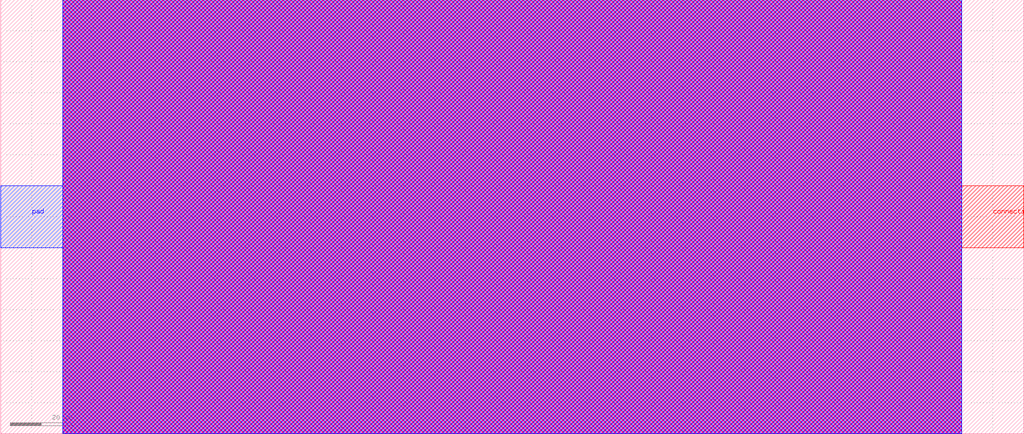
<source format=lef>
MACRO pinhole_325px_0
  CLASS PAD ;
  ORIGIN 0 0 ;
  FOREIGN pinhole_325px_0 ;
  SIZE 330 BY 140 ;
  SYMMETRY X Y R90 ;
  PIN connection
    DIRECTION INOUT ;
    USE SIGNAL ;
    PORT
      LAYER met5 ;
        RECT 310 60 330 80 ;
    END
  END connection
  PIN pad
    DIRECTION INOUT ;
    USE SIGNAL ;
    PORT
      LAYER met9 ;
        RECT 0 60 20 80 ;
    END
  END pad
  OBS
    LAYER met1 ;
      RECT 20 0 310 140 ;
    LAYER met2 ;
      RECT 20 0 310 140 ;
    LAYER met3 ;
      RECT 20 0 310 140 ;
    LAYER met4 ;
      RECT 20 0 310 140 ;
    LAYER met5 ;
      RECT 20 0 310 140 ;
    LAYER met6 ;
      RECT 20 0 310 140 ;
    LAYER met7 ;
      RECT 20 0 310 140 ;
    LAYER met8 ;
      RECT 20 0 310 140 ;
    LAYER met9 ;
      RECT 20 0 310 140 ;
  END
END pinhole_325px_0

</source>
